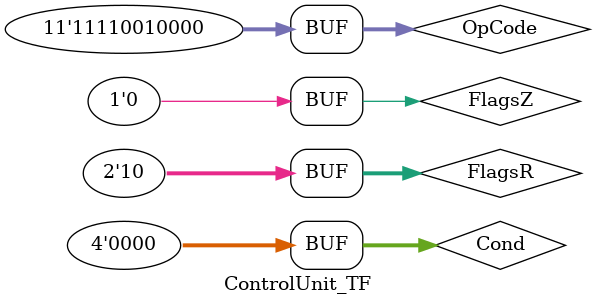
<source format=sv>
`timescale 1ns / 1ps
module ControlUnit_TF;
    logic [3:0]Cond;
    logic [10:0]OpCode;
    logic [1:0]FlagsR;
    logic FlagsZ;
    logic [1:0]PCSrc;
    logic DMWr;
    logic DMRd;
    logic [1:0]RFDataWrScr;
    logic [3:0]ALUOp;
    logic ALUBScr;
    logic [1:0]SEUScr;
    logic RFWr;
    logic RegWrSrc;
    logic FlagsWr;
    logic RegRd2Src;
    
    ControlUnit uut (
		.Cond(Cond),
        .OpCode(OpCode),
        .FlagsR(FlagsR),
        .FlagsZ(FlagsZ),
        .PCSrc(PCSrc),
        .DMWr(DMWr),
        .DMRd(DMRd),
        .RFDataWrScr(RFDataWrScr),
        .ALUOp(ALUOp),
        .ALUBScr(ALUBScr),
        .SEUScr(SEUScr),
        .RFWr(RFWr),
        .RegWrSrc(RegWrSrc),
        .FlagsWr(FlagsWr),
        .RegRd2Src(RegRd2Src)
	);
	
	initial begin
		Cond=4'b0000;
        OpCode=11'b11110010000;
        FlagsR=2;
        FlagsZ=0;
		#50;
	end
endmodule

</source>
